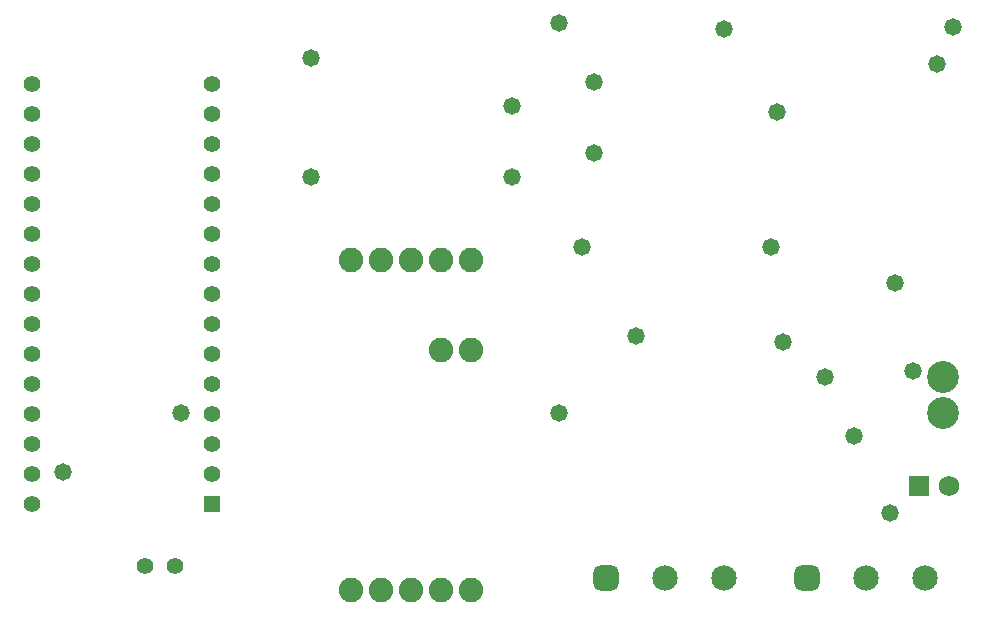
<source format=gbr>
G04*
G04 #@! TF.GenerationSoftware,Altium Limited,Altium Designer,24.6.1 (21)*
G04*
G04 Layer_Color=16711935*
%FSLAX25Y25*%
%MOIN*%
G70*
G04*
G04 #@! TF.SameCoordinates,E7B071F1-E274-4D6C-8170-77C2E5B523DC*
G04*
G04*
G04 #@! TF.FilePolarity,Negative*
G04*
G01*
G75*
%ADD52C,0.06902*%
%ADD53R,0.06902X0.06902*%
%ADD54C,0.08200*%
%ADD55C,0.08477*%
G04:AMPARAMS|DCode=56|XSize=84.77mil|YSize=84.77mil|CornerRadius=23.19mil|HoleSize=0mil|Usage=FLASHONLY|Rotation=0.000|XOffset=0mil|YOffset=0mil|HoleType=Round|Shape=RoundedRectangle|*
%AMROUNDEDRECTD56*
21,1,0.08477,0.03839,0,0,0.0*
21,1,0.03839,0.08477,0,0,0.0*
1,1,0.04639,0.01919,-0.01919*
1,1,0.04639,-0.01919,-0.01919*
1,1,0.04639,-0.01919,0.01919*
1,1,0.04639,0.01919,0.01919*
%
%ADD56ROUNDEDRECTD56*%
%ADD57C,0.10642*%
%ADD58C,0.05524*%
%ADD59C,0.05567*%
%ADD60R,0.05567X0.05567*%
%ADD61C,0.05800*%
D52*
X314961Y66111D02*
D03*
D53*
X304961D02*
D03*
D54*
X155669Y111496D02*
D03*
X145669D02*
D03*
X155669Y141496D02*
D03*
X145669D02*
D03*
X135669D02*
D03*
X125669D02*
D03*
X115669D02*
D03*
Y31496D02*
D03*
X125669D02*
D03*
X135669D02*
D03*
X145669D02*
D03*
X155669D02*
D03*
D55*
X307087Y35433D02*
D03*
X287402D02*
D03*
X240157D02*
D03*
X220472D02*
D03*
D56*
X267717D02*
D03*
X200787D02*
D03*
D57*
X312992Y90551D02*
D03*
Y102362D02*
D03*
D58*
X57244Y39370D02*
D03*
X47244D02*
D03*
D59*
X9370Y60292D02*
D03*
Y70292D02*
D03*
Y80292D02*
D03*
Y90292D02*
D03*
Y100292D02*
D03*
Y110292D02*
D03*
Y120292D02*
D03*
Y130292D02*
D03*
Y140292D02*
D03*
Y150292D02*
D03*
Y160292D02*
D03*
Y170292D02*
D03*
Y180292D02*
D03*
Y190292D02*
D03*
Y200292D02*
D03*
X69370D02*
D03*
Y190292D02*
D03*
Y180292D02*
D03*
Y170292D02*
D03*
Y160292D02*
D03*
Y150292D02*
D03*
Y140292D02*
D03*
Y130292D02*
D03*
Y120292D02*
D03*
Y110292D02*
D03*
Y100292D02*
D03*
Y90292D02*
D03*
Y80292D02*
D03*
Y70292D02*
D03*
D60*
Y60292D02*
D03*
D61*
X196850Y200787D02*
D03*
Y177165D02*
D03*
X192913Y145669D02*
D03*
X240158Y218504D02*
D03*
X316482Y219004D02*
D03*
X311024Y206693D02*
D03*
X259842Y114173D02*
D03*
X295276Y57087D02*
D03*
X303150Y104331D02*
D03*
X297244Y133858D02*
D03*
X210630Y116142D02*
D03*
X273622Y102362D02*
D03*
X185039Y90551D02*
D03*
X257874Y190945D02*
D03*
X283465Y82677D02*
D03*
X255906Y145669D02*
D03*
X169291Y192913D02*
D03*
X59055Y90551D02*
D03*
X19685Y70866D02*
D03*
X102362Y169291D02*
D03*
Y208661D02*
D03*
X185039Y220472D02*
D03*
X169291Y169291D02*
D03*
M02*

</source>
